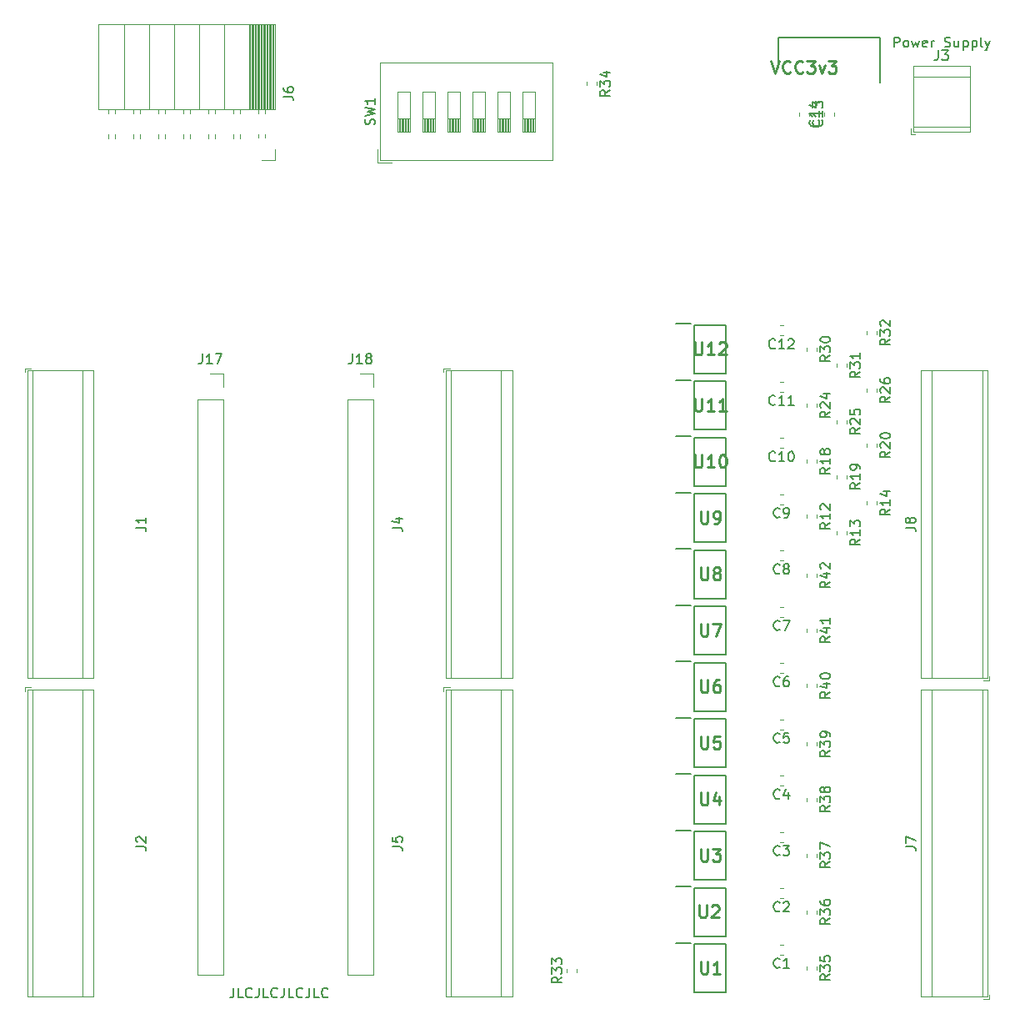
<source format=gbr>
G04 #@! TF.GenerationSoftware,KiCad,Pcbnew,(5.1.5-0-10_14)*
G04 #@! TF.CreationDate,2020-10-24T16:59:39+02:00*
G04 #@! TF.ProjectId,PM Artnet LED DMX,504d2041-7274-46e6-9574-204c45442044,rev?*
G04 #@! TF.SameCoordinates,Original*
G04 #@! TF.FileFunction,Legend,Top*
G04 #@! TF.FilePolarity,Positive*
%FSLAX46Y46*%
G04 Gerber Fmt 4.6, Leading zero omitted, Abs format (unit mm)*
G04 Created by KiCad (PCBNEW (5.1.5-0-10_14)) date 2020-10-24 16:59:39*
%MOMM*%
%LPD*%
G04 APERTURE LIST*
%ADD10C,0.150000*%
%ADD11C,0.200000*%
%ADD12C,0.120000*%
%ADD13C,0.254000*%
G04 APERTURE END LIST*
D10*
X34750952Y-109942380D02*
X34750952Y-110656666D01*
X34703333Y-110799523D01*
X34608095Y-110894761D01*
X34465238Y-110942380D01*
X34370000Y-110942380D01*
X35703333Y-110942380D02*
X35227142Y-110942380D01*
X35227142Y-109942380D01*
X36608095Y-110847142D02*
X36560476Y-110894761D01*
X36417619Y-110942380D01*
X36322380Y-110942380D01*
X36179523Y-110894761D01*
X36084285Y-110799523D01*
X36036666Y-110704285D01*
X35989047Y-110513809D01*
X35989047Y-110370952D01*
X36036666Y-110180476D01*
X36084285Y-110085238D01*
X36179523Y-109990000D01*
X36322380Y-109942380D01*
X36417619Y-109942380D01*
X36560476Y-109990000D01*
X36608095Y-110037619D01*
X37322380Y-109942380D02*
X37322380Y-110656666D01*
X37274761Y-110799523D01*
X37179523Y-110894761D01*
X37036666Y-110942380D01*
X36941428Y-110942380D01*
X38274761Y-110942380D02*
X37798571Y-110942380D01*
X37798571Y-109942380D01*
X39179523Y-110847142D02*
X39131904Y-110894761D01*
X38989047Y-110942380D01*
X38893809Y-110942380D01*
X38750952Y-110894761D01*
X38655714Y-110799523D01*
X38608095Y-110704285D01*
X38560476Y-110513809D01*
X38560476Y-110370952D01*
X38608095Y-110180476D01*
X38655714Y-110085238D01*
X38750952Y-109990000D01*
X38893809Y-109942380D01*
X38989047Y-109942380D01*
X39131904Y-109990000D01*
X39179523Y-110037619D01*
X39893809Y-109942380D02*
X39893809Y-110656666D01*
X39846190Y-110799523D01*
X39750952Y-110894761D01*
X39608095Y-110942380D01*
X39512857Y-110942380D01*
X40846190Y-110942380D02*
X40370000Y-110942380D01*
X40370000Y-109942380D01*
X41750952Y-110847142D02*
X41703333Y-110894761D01*
X41560476Y-110942380D01*
X41465238Y-110942380D01*
X41322380Y-110894761D01*
X41227142Y-110799523D01*
X41179523Y-110704285D01*
X41131904Y-110513809D01*
X41131904Y-110370952D01*
X41179523Y-110180476D01*
X41227142Y-110085238D01*
X41322380Y-109990000D01*
X41465238Y-109942380D01*
X41560476Y-109942380D01*
X41703333Y-109990000D01*
X41750952Y-110037619D01*
X42465238Y-109942380D02*
X42465238Y-110656666D01*
X42417619Y-110799523D01*
X42322380Y-110894761D01*
X42179523Y-110942380D01*
X42084285Y-110942380D01*
X43417619Y-110942380D02*
X42941428Y-110942380D01*
X42941428Y-109942380D01*
X44322380Y-110847142D02*
X44274761Y-110894761D01*
X44131904Y-110942380D01*
X44036666Y-110942380D01*
X43893809Y-110894761D01*
X43798571Y-110799523D01*
X43750952Y-110704285D01*
X43703333Y-110513809D01*
X43703333Y-110370952D01*
X43750952Y-110180476D01*
X43798571Y-110085238D01*
X43893809Y-109990000D01*
X44036666Y-109942380D01*
X44131904Y-109942380D01*
X44274761Y-109990000D01*
X44322380Y-110037619D01*
D11*
X90060000Y-13440000D02*
X90060000Y-16510000D01*
X100460000Y-13440000D02*
X90060000Y-13440000D01*
X100460000Y-18040000D02*
X100460000Y-13440000D01*
D12*
X92962000Y-67900733D02*
X92962000Y-68243267D01*
X93982000Y-67900733D02*
X93982000Y-68243267D01*
X92962000Y-73474733D02*
X92962000Y-73817267D01*
X93982000Y-73474733D02*
X93982000Y-73817267D01*
X92962000Y-79090733D02*
X92962000Y-79433267D01*
X93982000Y-79090733D02*
X93982000Y-79433267D01*
X92962000Y-85031733D02*
X92962000Y-85374267D01*
X93982000Y-85031733D02*
X93982000Y-85374267D01*
X92962000Y-90633733D02*
X92962000Y-90976267D01*
X93982000Y-90633733D02*
X93982000Y-90976267D01*
X92962000Y-96334733D02*
X92962000Y-96677267D01*
X93982000Y-96334733D02*
X93982000Y-96677267D01*
X92962000Y-102077733D02*
X92962000Y-102420267D01*
X93982000Y-102077733D02*
X93982000Y-102420267D01*
X92962000Y-107764733D02*
X92962000Y-108107267D01*
X93982000Y-107764733D02*
X93982000Y-108107267D01*
X69598000Y-108375267D02*
X69598000Y-108032733D01*
X68578000Y-108375267D02*
X68578000Y-108032733D01*
X99058000Y-43262733D02*
X99058000Y-43605267D01*
X100078000Y-43262733D02*
X100078000Y-43605267D01*
X96010000Y-46564733D02*
X96010000Y-46907267D01*
X97030000Y-46564733D02*
X97030000Y-46907267D01*
X92962000Y-44927733D02*
X92962000Y-45270267D01*
X93982000Y-44927733D02*
X93982000Y-45270267D01*
X99058000Y-49104733D02*
X99058000Y-49447267D01*
X100078000Y-49104733D02*
X100078000Y-49447267D01*
X96010000Y-52279733D02*
X96010000Y-52622267D01*
X97030000Y-52279733D02*
X97030000Y-52622267D01*
X92962000Y-50628733D02*
X92962000Y-50971267D01*
X93982000Y-50628733D02*
X93982000Y-50971267D01*
X99058000Y-54692733D02*
X99058000Y-55035267D01*
X100078000Y-54692733D02*
X100078000Y-55035267D01*
X96010000Y-57881733D02*
X96010000Y-58224267D01*
X97030000Y-57881733D02*
X97030000Y-58224267D01*
X92962000Y-56329733D02*
X92962000Y-56672267D01*
X93982000Y-56329733D02*
X93982000Y-56672267D01*
X99058000Y-60534733D02*
X99058000Y-60877267D01*
X100078000Y-60534733D02*
X100078000Y-60877267D01*
X96010000Y-63582733D02*
X96010000Y-63925267D01*
X97030000Y-63582733D02*
X97030000Y-63925267D01*
X92962000Y-61917733D02*
X92962000Y-62260267D01*
X93982000Y-61917733D02*
X93982000Y-62260267D01*
D11*
X79710000Y-42505000D02*
X81235000Y-42505000D01*
X81585000Y-47535000D02*
X81585000Y-42635000D01*
X84785000Y-47535000D02*
X81585000Y-47535000D01*
X84785000Y-42635000D02*
X84785000Y-47535000D01*
X81585000Y-42635000D02*
X84785000Y-42635000D01*
X79710000Y-48220000D02*
X81235000Y-48220000D01*
X81585000Y-53250000D02*
X81585000Y-48350000D01*
X84785000Y-53250000D02*
X81585000Y-53250000D01*
X84785000Y-48350000D02*
X84785000Y-53250000D01*
X81585000Y-48350000D02*
X84785000Y-48350000D01*
X79710000Y-53935000D02*
X81235000Y-53935000D01*
X81585000Y-58965000D02*
X81585000Y-54065000D01*
X84785000Y-58965000D02*
X81585000Y-58965000D01*
X84785000Y-54065000D02*
X84785000Y-58965000D01*
X81585000Y-54065000D02*
X84785000Y-54065000D01*
X79710000Y-59650000D02*
X81235000Y-59650000D01*
X81585000Y-64680000D02*
X81585000Y-59780000D01*
X84785000Y-64680000D02*
X81585000Y-64680000D01*
X84785000Y-59780000D02*
X84785000Y-64680000D01*
X81585000Y-59780000D02*
X84785000Y-59780000D01*
X79710000Y-65365000D02*
X81235000Y-65365000D01*
X81585000Y-70395000D02*
X81585000Y-65495000D01*
X84785000Y-70395000D02*
X81585000Y-70395000D01*
X84785000Y-65495000D02*
X84785000Y-70395000D01*
X81585000Y-65495000D02*
X84785000Y-65495000D01*
X79710000Y-71080000D02*
X81235000Y-71080000D01*
X81585000Y-76110000D02*
X81585000Y-71210000D01*
X84785000Y-76110000D02*
X81585000Y-76110000D01*
X84785000Y-71210000D02*
X84785000Y-76110000D01*
X81585000Y-71210000D02*
X84785000Y-71210000D01*
X79710000Y-76795000D02*
X81235000Y-76795000D01*
X81585000Y-81825000D02*
X81585000Y-76925000D01*
X84785000Y-81825000D02*
X81585000Y-81825000D01*
X84785000Y-76925000D02*
X84785000Y-81825000D01*
X81585000Y-76925000D02*
X84785000Y-76925000D01*
X79710000Y-82510000D02*
X81235000Y-82510000D01*
X81585000Y-87540000D02*
X81585000Y-82640000D01*
X84785000Y-87540000D02*
X81585000Y-87540000D01*
X84785000Y-82640000D02*
X84785000Y-87540000D01*
X81585000Y-82640000D02*
X84785000Y-82640000D01*
X79710000Y-88225000D02*
X81235000Y-88225000D01*
X81585000Y-93255000D02*
X81585000Y-88355000D01*
X84785000Y-93255000D02*
X81585000Y-93255000D01*
X84785000Y-88355000D02*
X84785000Y-93255000D01*
X81585000Y-88355000D02*
X84785000Y-88355000D01*
X79710000Y-93940000D02*
X81235000Y-93940000D01*
X81585000Y-98970000D02*
X81585000Y-94070000D01*
X84785000Y-98970000D02*
X81585000Y-98970000D01*
X84785000Y-94070000D02*
X84785000Y-98970000D01*
X81585000Y-94070000D02*
X84785000Y-94070000D01*
X79710000Y-99655000D02*
X81235000Y-99655000D01*
X81585000Y-104685000D02*
X81585000Y-99785000D01*
X84785000Y-104685000D02*
X81585000Y-104685000D01*
X84785000Y-99785000D02*
X84785000Y-104685000D01*
X81585000Y-99785000D02*
X84785000Y-99785000D01*
X79710000Y-105370000D02*
X81235000Y-105370000D01*
X81585000Y-110400000D02*
X81585000Y-105500000D01*
X84785000Y-110400000D02*
X81585000Y-110400000D01*
X84785000Y-105500000D02*
X84785000Y-110400000D01*
X81585000Y-105500000D02*
X84785000Y-105500000D01*
D12*
X70610000Y-17975733D02*
X70610000Y-18318267D01*
X71630000Y-17975733D02*
X71630000Y-18318267D01*
X111560000Y-78695000D02*
X111560000Y-78295000D01*
X110920000Y-78695000D02*
X111560000Y-78695000D01*
X104580000Y-47275000D02*
X111320000Y-47275000D01*
X104580000Y-78455000D02*
X111320000Y-78455000D01*
X111320000Y-78455000D02*
X111320000Y-47275000D01*
X104580000Y-78455000D02*
X104580000Y-47275000D01*
X105700000Y-78455000D02*
X105700000Y-47275000D01*
X110800000Y-78455000D02*
X110800000Y-47275000D01*
X111560000Y-111080000D02*
X111560000Y-110680000D01*
X110920000Y-111080000D02*
X111560000Y-111080000D01*
X104580000Y-79660000D02*
X111320000Y-79660000D01*
X104580000Y-110840000D02*
X111320000Y-110840000D01*
X111320000Y-110840000D02*
X111320000Y-79660000D01*
X104580000Y-110840000D02*
X104580000Y-79660000D01*
X105700000Y-110840000D02*
X105700000Y-79660000D01*
X110800000Y-110840000D02*
X110800000Y-79660000D01*
X90581267Y-65530000D02*
X90238733Y-65530000D01*
X90581267Y-66550000D02*
X90238733Y-66550000D01*
X90581267Y-71245000D02*
X90238733Y-71245000D01*
X90581267Y-72265000D02*
X90238733Y-72265000D01*
X90581267Y-76960000D02*
X90238733Y-76960000D01*
X90581267Y-77980000D02*
X90238733Y-77980000D01*
X90581267Y-82675000D02*
X90238733Y-82675000D01*
X90581267Y-83695000D02*
X90238733Y-83695000D01*
X90581267Y-88390000D02*
X90238733Y-88390000D01*
X90581267Y-89410000D02*
X90238733Y-89410000D01*
X90581267Y-94105000D02*
X90238733Y-94105000D01*
X90581267Y-95125000D02*
X90238733Y-95125000D01*
X90581267Y-99820000D02*
X90238733Y-99820000D01*
X90581267Y-100840000D02*
X90238733Y-100840000D01*
X90581267Y-105535000D02*
X90238733Y-105535000D01*
X90581267Y-106555000D02*
X90238733Y-106555000D01*
X90581267Y-42670000D02*
X90238733Y-42670000D01*
X90581267Y-43690000D02*
X90238733Y-43690000D01*
X90581267Y-48385000D02*
X90238733Y-48385000D01*
X90581267Y-49405000D02*
X90238733Y-49405000D01*
X95760000Y-21394267D02*
X95760000Y-21051733D01*
X94740000Y-21394267D02*
X94740000Y-21051733D01*
X92200000Y-21051733D02*
X92200000Y-21394267D01*
X93220000Y-21051733D02*
X93220000Y-21394267D01*
X90581267Y-54100000D02*
X90238733Y-54100000D01*
X90581267Y-55120000D02*
X90238733Y-55120000D01*
X90581267Y-59815000D02*
X90238733Y-59815000D01*
X90581267Y-60835000D02*
X90238733Y-60835000D01*
X64135000Y-21631667D02*
X65405000Y-21631667D01*
X65335000Y-22985000D02*
X65335000Y-21631667D01*
X65215000Y-22985000D02*
X65215000Y-21631667D01*
X65095000Y-22985000D02*
X65095000Y-21631667D01*
X64975000Y-22985000D02*
X64975000Y-21631667D01*
X64855000Y-22985000D02*
X64855000Y-21631667D01*
X64735000Y-22985000D02*
X64735000Y-21631667D01*
X64615000Y-22985000D02*
X64615000Y-21631667D01*
X64495000Y-22985000D02*
X64495000Y-21631667D01*
X64375000Y-22985000D02*
X64375000Y-21631667D01*
X64255000Y-22985000D02*
X64255000Y-21631667D01*
X64135000Y-18925000D02*
X64135000Y-22985000D01*
X65405000Y-18925000D02*
X64135000Y-18925000D01*
X65405000Y-22985000D02*
X65405000Y-18925000D01*
X64135000Y-22985000D02*
X65405000Y-22985000D01*
X61595000Y-21631667D02*
X62865000Y-21631667D01*
X62795000Y-22985000D02*
X62795000Y-21631667D01*
X62675000Y-22985000D02*
X62675000Y-21631667D01*
X62555000Y-22985000D02*
X62555000Y-21631667D01*
X62435000Y-22985000D02*
X62435000Y-21631667D01*
X62315000Y-22985000D02*
X62315000Y-21631667D01*
X62195000Y-22985000D02*
X62195000Y-21631667D01*
X62075000Y-22985000D02*
X62075000Y-21631667D01*
X61955000Y-22985000D02*
X61955000Y-21631667D01*
X61835000Y-22985000D02*
X61835000Y-21631667D01*
X61715000Y-22985000D02*
X61715000Y-21631667D01*
X61595000Y-18925000D02*
X61595000Y-22985000D01*
X62865000Y-18925000D02*
X61595000Y-18925000D01*
X62865000Y-22985000D02*
X62865000Y-18925000D01*
X61595000Y-22985000D02*
X62865000Y-22985000D01*
X59055000Y-21631667D02*
X60325000Y-21631667D01*
X60255000Y-22985000D02*
X60255000Y-21631667D01*
X60135000Y-22985000D02*
X60135000Y-21631667D01*
X60015000Y-22985000D02*
X60015000Y-21631667D01*
X59895000Y-22985000D02*
X59895000Y-21631667D01*
X59775000Y-22985000D02*
X59775000Y-21631667D01*
X59655000Y-22985000D02*
X59655000Y-21631667D01*
X59535000Y-22985000D02*
X59535000Y-21631667D01*
X59415000Y-22985000D02*
X59415000Y-21631667D01*
X59295000Y-22985000D02*
X59295000Y-21631667D01*
X59175000Y-22985000D02*
X59175000Y-21631667D01*
X59055000Y-18925000D02*
X59055000Y-22985000D01*
X60325000Y-18925000D02*
X59055000Y-18925000D01*
X60325000Y-22985000D02*
X60325000Y-18925000D01*
X59055000Y-22985000D02*
X60325000Y-22985000D01*
X56515000Y-21631667D02*
X57785000Y-21631667D01*
X57715000Y-22985000D02*
X57715000Y-21631667D01*
X57595000Y-22985000D02*
X57595000Y-21631667D01*
X57475000Y-22985000D02*
X57475000Y-21631667D01*
X57355000Y-22985000D02*
X57355000Y-21631667D01*
X57235000Y-22985000D02*
X57235000Y-21631667D01*
X57115000Y-22985000D02*
X57115000Y-21631667D01*
X56995000Y-22985000D02*
X56995000Y-21631667D01*
X56875000Y-22985000D02*
X56875000Y-21631667D01*
X56755000Y-22985000D02*
X56755000Y-21631667D01*
X56635000Y-22985000D02*
X56635000Y-21631667D01*
X56515000Y-18925000D02*
X56515000Y-22985000D01*
X57785000Y-18925000D02*
X56515000Y-18925000D01*
X57785000Y-22985000D02*
X57785000Y-18925000D01*
X56515000Y-22985000D02*
X57785000Y-22985000D01*
X53975000Y-21631667D02*
X55245000Y-21631667D01*
X55175000Y-22985000D02*
X55175000Y-21631667D01*
X55055000Y-22985000D02*
X55055000Y-21631667D01*
X54935000Y-22985000D02*
X54935000Y-21631667D01*
X54815000Y-22985000D02*
X54815000Y-21631667D01*
X54695000Y-22985000D02*
X54695000Y-21631667D01*
X54575000Y-22985000D02*
X54575000Y-21631667D01*
X54455000Y-22985000D02*
X54455000Y-21631667D01*
X54335000Y-22985000D02*
X54335000Y-21631667D01*
X54215000Y-22985000D02*
X54215000Y-21631667D01*
X54095000Y-22985000D02*
X54095000Y-21631667D01*
X53975000Y-18925000D02*
X53975000Y-22985000D01*
X55245000Y-18925000D02*
X53975000Y-18925000D01*
X55245000Y-22985000D02*
X55245000Y-18925000D01*
X53975000Y-22985000D02*
X55245000Y-22985000D01*
X51435000Y-21631667D02*
X52705000Y-21631667D01*
X52635000Y-22985000D02*
X52635000Y-21631667D01*
X52515000Y-22985000D02*
X52515000Y-21631667D01*
X52395000Y-22985000D02*
X52395000Y-21631667D01*
X52275000Y-22985000D02*
X52275000Y-21631667D01*
X52155000Y-22985000D02*
X52155000Y-21631667D01*
X52035000Y-22985000D02*
X52035000Y-21631667D01*
X51915000Y-22985000D02*
X51915000Y-21631667D01*
X51795000Y-22985000D02*
X51795000Y-21631667D01*
X51675000Y-22985000D02*
X51675000Y-21631667D01*
X51555000Y-22985000D02*
X51555000Y-21631667D01*
X51435000Y-18925000D02*
X51435000Y-22985000D01*
X52705000Y-18925000D02*
X51435000Y-18925000D01*
X52705000Y-22985000D02*
X52705000Y-18925000D01*
X51435000Y-22985000D02*
X52705000Y-22985000D01*
X49410000Y-26145000D02*
X50793000Y-26145000D01*
X49410000Y-26145000D02*
X49410000Y-24761000D01*
X49650000Y-16005000D02*
X67190000Y-16005000D01*
X49650000Y-25905000D02*
X67190000Y-25905000D01*
X67190000Y-25905000D02*
X67190000Y-16005000D01*
X49650000Y-25905000D02*
X49650000Y-16005000D01*
X31055000Y-50165000D02*
X33715000Y-50165000D01*
X31055000Y-50165000D02*
X31055000Y-108645000D01*
X31055000Y-108645000D02*
X33715000Y-108645000D01*
X33715000Y-50165000D02*
X33715000Y-108645000D01*
X33715000Y-47565000D02*
X33715000Y-48895000D01*
X32385000Y-47565000D02*
X33715000Y-47565000D01*
X38802000Y-12135000D02*
X38802000Y-20765000D01*
X38683905Y-12135000D02*
X38683905Y-20765000D01*
X38565810Y-12135000D02*
X38565810Y-20765000D01*
X38447715Y-12135000D02*
X38447715Y-20765000D01*
X38329620Y-12135000D02*
X38329620Y-20765000D01*
X38211525Y-12135000D02*
X38211525Y-20765000D01*
X38093430Y-12135000D02*
X38093430Y-20765000D01*
X37975335Y-12135000D02*
X37975335Y-20765000D01*
X37857240Y-12135000D02*
X37857240Y-20765000D01*
X37739145Y-12135000D02*
X37739145Y-20765000D01*
X37621050Y-12135000D02*
X37621050Y-20765000D01*
X37502955Y-12135000D02*
X37502955Y-20765000D01*
X37384860Y-12135000D02*
X37384860Y-20765000D01*
X37266765Y-12135000D02*
X37266765Y-20765000D01*
X37148670Y-12135000D02*
X37148670Y-20765000D01*
X37030575Y-12135000D02*
X37030575Y-20765000D01*
X36912480Y-12135000D02*
X36912480Y-20765000D01*
X36794385Y-12135000D02*
X36794385Y-20765000D01*
X36676290Y-12135000D02*
X36676290Y-20765000D01*
X36558195Y-12135000D02*
X36558195Y-20765000D01*
X36440100Y-12135000D02*
X36440100Y-20765000D01*
X37952000Y-20765000D02*
X37952000Y-21175000D01*
X37952000Y-23275000D02*
X37952000Y-23655000D01*
X37232000Y-20765000D02*
X37232000Y-21175000D01*
X37232000Y-23275000D02*
X37232000Y-23655000D01*
X35412000Y-20765000D02*
X35412000Y-21175000D01*
X35412000Y-23275000D02*
X35412000Y-23715000D01*
X34692000Y-20765000D02*
X34692000Y-21175000D01*
X34692000Y-23275000D02*
X34692000Y-23715000D01*
X32872000Y-20765000D02*
X32872000Y-21175000D01*
X32872000Y-23275000D02*
X32872000Y-23715000D01*
X32152000Y-20765000D02*
X32152000Y-21175000D01*
X32152000Y-23275000D02*
X32152000Y-23715000D01*
X30332000Y-20765000D02*
X30332000Y-21175000D01*
X30332000Y-23275000D02*
X30332000Y-23715000D01*
X29612000Y-20765000D02*
X29612000Y-21175000D01*
X29612000Y-23275000D02*
X29612000Y-23715000D01*
X27792000Y-20765000D02*
X27792000Y-21175000D01*
X27792000Y-23275000D02*
X27792000Y-23715000D01*
X27072000Y-20765000D02*
X27072000Y-21175000D01*
X27072000Y-23275000D02*
X27072000Y-23715000D01*
X25252000Y-20765000D02*
X25252000Y-21175000D01*
X25252000Y-23275000D02*
X25252000Y-23715000D01*
X24532000Y-20765000D02*
X24532000Y-21175000D01*
X24532000Y-23275000D02*
X24532000Y-23715000D01*
X22712000Y-20765000D02*
X22712000Y-21175000D01*
X22712000Y-23275000D02*
X22712000Y-23715000D01*
X21992000Y-20765000D02*
X21992000Y-21175000D01*
X21992000Y-23275000D02*
X21992000Y-23715000D01*
X36322000Y-12135000D02*
X36322000Y-20765000D01*
X33782000Y-12135000D02*
X33782000Y-20765000D01*
X31242000Y-12135000D02*
X31242000Y-20765000D01*
X28702000Y-12135000D02*
X28702000Y-20765000D01*
X26162000Y-12135000D02*
X26162000Y-20765000D01*
X23622000Y-12135000D02*
X23622000Y-20765000D01*
X38922000Y-12135000D02*
X38922000Y-20765000D01*
X38922000Y-20765000D02*
X21022000Y-20765000D01*
X21022000Y-12135000D02*
X21022000Y-20765000D01*
X38922000Y-12135000D02*
X21022000Y-12135000D01*
X38922000Y-25875000D02*
X37592000Y-25875000D01*
X38922000Y-24765000D02*
X38922000Y-25875000D01*
X56080000Y-79420000D02*
X56080000Y-79820000D01*
X56720000Y-79420000D02*
X56080000Y-79420000D01*
X63060000Y-110840000D02*
X56320000Y-110840000D01*
X63060000Y-79660000D02*
X56320000Y-79660000D01*
X56320000Y-79660000D02*
X56320000Y-110840000D01*
X63060000Y-79660000D02*
X63060000Y-110840000D01*
X61940000Y-79660000D02*
X61940000Y-110840000D01*
X56840000Y-79660000D02*
X56840000Y-110840000D01*
X56840000Y-47275000D02*
X56840000Y-78455000D01*
X61940000Y-47275000D02*
X61940000Y-78455000D01*
X63060000Y-47275000D02*
X63060000Y-78455000D01*
X56320000Y-47275000D02*
X56320000Y-78455000D01*
X63060000Y-47275000D02*
X56320000Y-47275000D01*
X63060000Y-78455000D02*
X56320000Y-78455000D01*
X56720000Y-47035000D02*
X56080000Y-47035000D01*
X56080000Y-47035000D02*
X56080000Y-47435000D01*
X14295000Y-47275000D02*
X14295000Y-78455000D01*
X19395000Y-47275000D02*
X19395000Y-78455000D01*
X20515000Y-47275000D02*
X20515000Y-78455000D01*
X13775000Y-47275000D02*
X13775000Y-78455000D01*
X20515000Y-47275000D02*
X13775000Y-47275000D01*
X20515000Y-78455000D02*
X13775000Y-78455000D01*
X14175000Y-47035000D02*
X13535000Y-47035000D01*
X13535000Y-47035000D02*
X13535000Y-47435000D01*
X13535000Y-79420000D02*
X13535000Y-79820000D01*
X14175000Y-79420000D02*
X13535000Y-79420000D01*
X20515000Y-110840000D02*
X13775000Y-110840000D01*
X20515000Y-79660000D02*
X13775000Y-79660000D01*
X13775000Y-79660000D02*
X13775000Y-110840000D01*
X20515000Y-79660000D02*
X20515000Y-110840000D01*
X19395000Y-79660000D02*
X19395000Y-110840000D01*
X14295000Y-79660000D02*
X14295000Y-110840000D01*
X103790000Y-22535000D02*
X109570000Y-22535000D01*
X103790000Y-17435000D02*
X109570000Y-17435000D01*
X103790000Y-16315000D02*
X109570000Y-16315000D01*
X103790000Y-23055000D02*
X109570000Y-23055000D01*
X103790000Y-16315000D02*
X103790000Y-23055000D01*
X109570000Y-16315000D02*
X109570000Y-23055000D01*
X103550000Y-22655000D02*
X103550000Y-23295000D01*
X103550000Y-23295000D02*
X103950000Y-23295000D01*
X47625000Y-47565000D02*
X48955000Y-47565000D01*
X48955000Y-47565000D02*
X48955000Y-48895000D01*
X48955000Y-50165000D02*
X48955000Y-108645000D01*
X46295000Y-108645000D02*
X48955000Y-108645000D01*
X46295000Y-50165000D02*
X46295000Y-108645000D01*
X46295000Y-50165000D02*
X48955000Y-50165000D01*
D13*
X89323333Y-15814523D02*
X89746666Y-17084523D01*
X90170000Y-15814523D01*
X91319047Y-16963571D02*
X91258571Y-17024047D01*
X91077142Y-17084523D01*
X90956190Y-17084523D01*
X90774761Y-17024047D01*
X90653809Y-16903095D01*
X90593333Y-16782142D01*
X90532857Y-16540238D01*
X90532857Y-16358809D01*
X90593333Y-16116904D01*
X90653809Y-15995952D01*
X90774761Y-15875000D01*
X90956190Y-15814523D01*
X91077142Y-15814523D01*
X91258571Y-15875000D01*
X91319047Y-15935476D01*
X92589047Y-16963571D02*
X92528571Y-17024047D01*
X92347142Y-17084523D01*
X92226190Y-17084523D01*
X92044761Y-17024047D01*
X91923809Y-16903095D01*
X91863333Y-16782142D01*
X91802857Y-16540238D01*
X91802857Y-16358809D01*
X91863333Y-16116904D01*
X91923809Y-15995952D01*
X92044761Y-15875000D01*
X92226190Y-15814523D01*
X92347142Y-15814523D01*
X92528571Y-15875000D01*
X92589047Y-15935476D01*
X93012380Y-15814523D02*
X93798571Y-15814523D01*
X93375238Y-16298333D01*
X93556666Y-16298333D01*
X93677619Y-16358809D01*
X93738095Y-16419285D01*
X93798571Y-16540238D01*
X93798571Y-16842619D01*
X93738095Y-16963571D01*
X93677619Y-17024047D01*
X93556666Y-17084523D01*
X93193809Y-17084523D01*
X93072857Y-17024047D01*
X93012380Y-16963571D01*
X94221904Y-16237857D02*
X94524285Y-17084523D01*
X94826666Y-16237857D01*
X95189523Y-15814523D02*
X95975714Y-15814523D01*
X95552380Y-16298333D01*
X95733809Y-16298333D01*
X95854761Y-16358809D01*
X95915238Y-16419285D01*
X95975714Y-16540238D01*
X95975714Y-16842619D01*
X95915238Y-16963571D01*
X95854761Y-17024047D01*
X95733809Y-17084523D01*
X95370952Y-17084523D01*
X95250000Y-17024047D01*
X95189523Y-16963571D01*
D10*
X95354380Y-68714857D02*
X94878190Y-69048190D01*
X95354380Y-69286285D02*
X94354380Y-69286285D01*
X94354380Y-68905333D01*
X94402000Y-68810095D01*
X94449619Y-68762476D01*
X94544857Y-68714857D01*
X94687714Y-68714857D01*
X94782952Y-68762476D01*
X94830571Y-68810095D01*
X94878190Y-68905333D01*
X94878190Y-69286285D01*
X94687714Y-67857714D02*
X95354380Y-67857714D01*
X94306761Y-68095809D02*
X95021047Y-68333904D01*
X95021047Y-67714857D01*
X94449619Y-67381523D02*
X94402000Y-67333904D01*
X94354380Y-67238666D01*
X94354380Y-67000571D01*
X94402000Y-66905333D01*
X94449619Y-66857714D01*
X94544857Y-66810095D01*
X94640095Y-66810095D01*
X94782952Y-66857714D01*
X95354380Y-67429142D01*
X95354380Y-66810095D01*
X95354380Y-74288857D02*
X94878190Y-74622190D01*
X95354380Y-74860285D02*
X94354380Y-74860285D01*
X94354380Y-74479333D01*
X94402000Y-74384095D01*
X94449619Y-74336476D01*
X94544857Y-74288857D01*
X94687714Y-74288857D01*
X94782952Y-74336476D01*
X94830571Y-74384095D01*
X94878190Y-74479333D01*
X94878190Y-74860285D01*
X94687714Y-73431714D02*
X95354380Y-73431714D01*
X94306761Y-73669809D02*
X95021047Y-73907904D01*
X95021047Y-73288857D01*
X95354380Y-72384095D02*
X95354380Y-72955523D01*
X95354380Y-72669809D02*
X94354380Y-72669809D01*
X94497238Y-72765047D01*
X94592476Y-72860285D01*
X94640095Y-72955523D01*
X95354380Y-79904857D02*
X94878190Y-80238190D01*
X95354380Y-80476285D02*
X94354380Y-80476285D01*
X94354380Y-80095333D01*
X94402000Y-80000095D01*
X94449619Y-79952476D01*
X94544857Y-79904857D01*
X94687714Y-79904857D01*
X94782952Y-79952476D01*
X94830571Y-80000095D01*
X94878190Y-80095333D01*
X94878190Y-80476285D01*
X94687714Y-79047714D02*
X95354380Y-79047714D01*
X94306761Y-79285809D02*
X95021047Y-79523904D01*
X95021047Y-78904857D01*
X94354380Y-78333428D02*
X94354380Y-78238190D01*
X94402000Y-78142952D01*
X94449619Y-78095333D01*
X94544857Y-78047714D01*
X94735333Y-78000095D01*
X94973428Y-78000095D01*
X95163904Y-78047714D01*
X95259142Y-78095333D01*
X95306761Y-78142952D01*
X95354380Y-78238190D01*
X95354380Y-78333428D01*
X95306761Y-78428666D01*
X95259142Y-78476285D01*
X95163904Y-78523904D01*
X94973428Y-78571523D01*
X94735333Y-78571523D01*
X94544857Y-78523904D01*
X94449619Y-78476285D01*
X94402000Y-78428666D01*
X94354380Y-78333428D01*
X95354380Y-85845857D02*
X94878190Y-86179190D01*
X95354380Y-86417285D02*
X94354380Y-86417285D01*
X94354380Y-86036333D01*
X94402000Y-85941095D01*
X94449619Y-85893476D01*
X94544857Y-85845857D01*
X94687714Y-85845857D01*
X94782952Y-85893476D01*
X94830571Y-85941095D01*
X94878190Y-86036333D01*
X94878190Y-86417285D01*
X94354380Y-85512523D02*
X94354380Y-84893476D01*
X94735333Y-85226809D01*
X94735333Y-85083952D01*
X94782952Y-84988714D01*
X94830571Y-84941095D01*
X94925809Y-84893476D01*
X95163904Y-84893476D01*
X95259142Y-84941095D01*
X95306761Y-84988714D01*
X95354380Y-85083952D01*
X95354380Y-85369666D01*
X95306761Y-85464904D01*
X95259142Y-85512523D01*
X95354380Y-84417285D02*
X95354380Y-84226809D01*
X95306761Y-84131571D01*
X95259142Y-84083952D01*
X95116285Y-83988714D01*
X94925809Y-83941095D01*
X94544857Y-83941095D01*
X94449619Y-83988714D01*
X94402000Y-84036333D01*
X94354380Y-84131571D01*
X94354380Y-84322047D01*
X94402000Y-84417285D01*
X94449619Y-84464904D01*
X94544857Y-84512523D01*
X94782952Y-84512523D01*
X94878190Y-84464904D01*
X94925809Y-84417285D01*
X94973428Y-84322047D01*
X94973428Y-84131571D01*
X94925809Y-84036333D01*
X94878190Y-83988714D01*
X94782952Y-83941095D01*
X95354380Y-91447857D02*
X94878190Y-91781190D01*
X95354380Y-92019285D02*
X94354380Y-92019285D01*
X94354380Y-91638333D01*
X94402000Y-91543095D01*
X94449619Y-91495476D01*
X94544857Y-91447857D01*
X94687714Y-91447857D01*
X94782952Y-91495476D01*
X94830571Y-91543095D01*
X94878190Y-91638333D01*
X94878190Y-92019285D01*
X94354380Y-91114523D02*
X94354380Y-90495476D01*
X94735333Y-90828809D01*
X94735333Y-90685952D01*
X94782952Y-90590714D01*
X94830571Y-90543095D01*
X94925809Y-90495476D01*
X95163904Y-90495476D01*
X95259142Y-90543095D01*
X95306761Y-90590714D01*
X95354380Y-90685952D01*
X95354380Y-90971666D01*
X95306761Y-91066904D01*
X95259142Y-91114523D01*
X94782952Y-89924047D02*
X94735333Y-90019285D01*
X94687714Y-90066904D01*
X94592476Y-90114523D01*
X94544857Y-90114523D01*
X94449619Y-90066904D01*
X94402000Y-90019285D01*
X94354380Y-89924047D01*
X94354380Y-89733571D01*
X94402000Y-89638333D01*
X94449619Y-89590714D01*
X94544857Y-89543095D01*
X94592476Y-89543095D01*
X94687714Y-89590714D01*
X94735333Y-89638333D01*
X94782952Y-89733571D01*
X94782952Y-89924047D01*
X94830571Y-90019285D01*
X94878190Y-90066904D01*
X94973428Y-90114523D01*
X95163904Y-90114523D01*
X95259142Y-90066904D01*
X95306761Y-90019285D01*
X95354380Y-89924047D01*
X95354380Y-89733571D01*
X95306761Y-89638333D01*
X95259142Y-89590714D01*
X95163904Y-89543095D01*
X94973428Y-89543095D01*
X94878190Y-89590714D01*
X94830571Y-89638333D01*
X94782952Y-89733571D01*
X95354380Y-97148857D02*
X94878190Y-97482190D01*
X95354380Y-97720285D02*
X94354380Y-97720285D01*
X94354380Y-97339333D01*
X94402000Y-97244095D01*
X94449619Y-97196476D01*
X94544857Y-97148857D01*
X94687714Y-97148857D01*
X94782952Y-97196476D01*
X94830571Y-97244095D01*
X94878190Y-97339333D01*
X94878190Y-97720285D01*
X94354380Y-96815523D02*
X94354380Y-96196476D01*
X94735333Y-96529809D01*
X94735333Y-96386952D01*
X94782952Y-96291714D01*
X94830571Y-96244095D01*
X94925809Y-96196476D01*
X95163904Y-96196476D01*
X95259142Y-96244095D01*
X95306761Y-96291714D01*
X95354380Y-96386952D01*
X95354380Y-96672666D01*
X95306761Y-96767904D01*
X95259142Y-96815523D01*
X94354380Y-95863142D02*
X94354380Y-95196476D01*
X95354380Y-95625047D01*
X95354380Y-102891857D02*
X94878190Y-103225190D01*
X95354380Y-103463285D02*
X94354380Y-103463285D01*
X94354380Y-103082333D01*
X94402000Y-102987095D01*
X94449619Y-102939476D01*
X94544857Y-102891857D01*
X94687714Y-102891857D01*
X94782952Y-102939476D01*
X94830571Y-102987095D01*
X94878190Y-103082333D01*
X94878190Y-103463285D01*
X94354380Y-102558523D02*
X94354380Y-101939476D01*
X94735333Y-102272809D01*
X94735333Y-102129952D01*
X94782952Y-102034714D01*
X94830571Y-101987095D01*
X94925809Y-101939476D01*
X95163904Y-101939476D01*
X95259142Y-101987095D01*
X95306761Y-102034714D01*
X95354380Y-102129952D01*
X95354380Y-102415666D01*
X95306761Y-102510904D01*
X95259142Y-102558523D01*
X94354380Y-101082333D02*
X94354380Y-101272809D01*
X94402000Y-101368047D01*
X94449619Y-101415666D01*
X94592476Y-101510904D01*
X94782952Y-101558523D01*
X95163904Y-101558523D01*
X95259142Y-101510904D01*
X95306761Y-101463285D01*
X95354380Y-101368047D01*
X95354380Y-101177571D01*
X95306761Y-101082333D01*
X95259142Y-101034714D01*
X95163904Y-100987095D01*
X94925809Y-100987095D01*
X94830571Y-101034714D01*
X94782952Y-101082333D01*
X94735333Y-101177571D01*
X94735333Y-101368047D01*
X94782952Y-101463285D01*
X94830571Y-101510904D01*
X94925809Y-101558523D01*
X95354380Y-108578857D02*
X94878190Y-108912190D01*
X95354380Y-109150285D02*
X94354380Y-109150285D01*
X94354380Y-108769333D01*
X94402000Y-108674095D01*
X94449619Y-108626476D01*
X94544857Y-108578857D01*
X94687714Y-108578857D01*
X94782952Y-108626476D01*
X94830571Y-108674095D01*
X94878190Y-108769333D01*
X94878190Y-109150285D01*
X94354380Y-108245523D02*
X94354380Y-107626476D01*
X94735333Y-107959809D01*
X94735333Y-107816952D01*
X94782952Y-107721714D01*
X94830571Y-107674095D01*
X94925809Y-107626476D01*
X95163904Y-107626476D01*
X95259142Y-107674095D01*
X95306761Y-107721714D01*
X95354380Y-107816952D01*
X95354380Y-108102666D01*
X95306761Y-108197904D01*
X95259142Y-108245523D01*
X94354380Y-106721714D02*
X94354380Y-107197904D01*
X94830571Y-107245523D01*
X94782952Y-107197904D01*
X94735333Y-107102666D01*
X94735333Y-106864571D01*
X94782952Y-106769333D01*
X94830571Y-106721714D01*
X94925809Y-106674095D01*
X95163904Y-106674095D01*
X95259142Y-106721714D01*
X95306761Y-106769333D01*
X95354380Y-106864571D01*
X95354380Y-107102666D01*
X95306761Y-107197904D01*
X95259142Y-107245523D01*
X68110380Y-108846857D02*
X67634190Y-109180190D01*
X68110380Y-109418285D02*
X67110380Y-109418285D01*
X67110380Y-109037333D01*
X67158000Y-108942095D01*
X67205619Y-108894476D01*
X67300857Y-108846857D01*
X67443714Y-108846857D01*
X67538952Y-108894476D01*
X67586571Y-108942095D01*
X67634190Y-109037333D01*
X67634190Y-109418285D01*
X67110380Y-108513523D02*
X67110380Y-107894476D01*
X67491333Y-108227809D01*
X67491333Y-108084952D01*
X67538952Y-107989714D01*
X67586571Y-107942095D01*
X67681809Y-107894476D01*
X67919904Y-107894476D01*
X68015142Y-107942095D01*
X68062761Y-107989714D01*
X68110380Y-108084952D01*
X68110380Y-108370666D01*
X68062761Y-108465904D01*
X68015142Y-108513523D01*
X67110380Y-107561142D02*
X67110380Y-106942095D01*
X67491333Y-107275428D01*
X67491333Y-107132571D01*
X67538952Y-107037333D01*
X67586571Y-106989714D01*
X67681809Y-106942095D01*
X67919904Y-106942095D01*
X68015142Y-106989714D01*
X68062761Y-107037333D01*
X68110380Y-107132571D01*
X68110380Y-107418285D01*
X68062761Y-107513523D01*
X68015142Y-107561142D01*
X101450380Y-44076857D02*
X100974190Y-44410190D01*
X101450380Y-44648285D02*
X100450380Y-44648285D01*
X100450380Y-44267333D01*
X100498000Y-44172095D01*
X100545619Y-44124476D01*
X100640857Y-44076857D01*
X100783714Y-44076857D01*
X100878952Y-44124476D01*
X100926571Y-44172095D01*
X100974190Y-44267333D01*
X100974190Y-44648285D01*
X100450380Y-43743523D02*
X100450380Y-43124476D01*
X100831333Y-43457809D01*
X100831333Y-43314952D01*
X100878952Y-43219714D01*
X100926571Y-43172095D01*
X101021809Y-43124476D01*
X101259904Y-43124476D01*
X101355142Y-43172095D01*
X101402761Y-43219714D01*
X101450380Y-43314952D01*
X101450380Y-43600666D01*
X101402761Y-43695904D01*
X101355142Y-43743523D01*
X100545619Y-42743523D02*
X100498000Y-42695904D01*
X100450380Y-42600666D01*
X100450380Y-42362571D01*
X100498000Y-42267333D01*
X100545619Y-42219714D01*
X100640857Y-42172095D01*
X100736095Y-42172095D01*
X100878952Y-42219714D01*
X101450380Y-42791142D01*
X101450380Y-42172095D01*
X98402380Y-47378857D02*
X97926190Y-47712190D01*
X98402380Y-47950285D02*
X97402380Y-47950285D01*
X97402380Y-47569333D01*
X97450000Y-47474095D01*
X97497619Y-47426476D01*
X97592857Y-47378857D01*
X97735714Y-47378857D01*
X97830952Y-47426476D01*
X97878571Y-47474095D01*
X97926190Y-47569333D01*
X97926190Y-47950285D01*
X97402380Y-47045523D02*
X97402380Y-46426476D01*
X97783333Y-46759809D01*
X97783333Y-46616952D01*
X97830952Y-46521714D01*
X97878571Y-46474095D01*
X97973809Y-46426476D01*
X98211904Y-46426476D01*
X98307142Y-46474095D01*
X98354761Y-46521714D01*
X98402380Y-46616952D01*
X98402380Y-46902666D01*
X98354761Y-46997904D01*
X98307142Y-47045523D01*
X98402380Y-45474095D02*
X98402380Y-46045523D01*
X98402380Y-45759809D02*
X97402380Y-45759809D01*
X97545238Y-45855047D01*
X97640476Y-45950285D01*
X97688095Y-46045523D01*
X95354380Y-45741857D02*
X94878190Y-46075190D01*
X95354380Y-46313285D02*
X94354380Y-46313285D01*
X94354380Y-45932333D01*
X94402000Y-45837095D01*
X94449619Y-45789476D01*
X94544857Y-45741857D01*
X94687714Y-45741857D01*
X94782952Y-45789476D01*
X94830571Y-45837095D01*
X94878190Y-45932333D01*
X94878190Y-46313285D01*
X94354380Y-45408523D02*
X94354380Y-44789476D01*
X94735333Y-45122809D01*
X94735333Y-44979952D01*
X94782952Y-44884714D01*
X94830571Y-44837095D01*
X94925809Y-44789476D01*
X95163904Y-44789476D01*
X95259142Y-44837095D01*
X95306761Y-44884714D01*
X95354380Y-44979952D01*
X95354380Y-45265666D01*
X95306761Y-45360904D01*
X95259142Y-45408523D01*
X94354380Y-44170428D02*
X94354380Y-44075190D01*
X94402000Y-43979952D01*
X94449619Y-43932333D01*
X94544857Y-43884714D01*
X94735333Y-43837095D01*
X94973428Y-43837095D01*
X95163904Y-43884714D01*
X95259142Y-43932333D01*
X95306761Y-43979952D01*
X95354380Y-44075190D01*
X95354380Y-44170428D01*
X95306761Y-44265666D01*
X95259142Y-44313285D01*
X95163904Y-44360904D01*
X94973428Y-44408523D01*
X94735333Y-44408523D01*
X94544857Y-44360904D01*
X94449619Y-44313285D01*
X94402000Y-44265666D01*
X94354380Y-44170428D01*
X101450380Y-49918857D02*
X100974190Y-50252190D01*
X101450380Y-50490285D02*
X100450380Y-50490285D01*
X100450380Y-50109333D01*
X100498000Y-50014095D01*
X100545619Y-49966476D01*
X100640857Y-49918857D01*
X100783714Y-49918857D01*
X100878952Y-49966476D01*
X100926571Y-50014095D01*
X100974190Y-50109333D01*
X100974190Y-50490285D01*
X100545619Y-49537904D02*
X100498000Y-49490285D01*
X100450380Y-49395047D01*
X100450380Y-49156952D01*
X100498000Y-49061714D01*
X100545619Y-49014095D01*
X100640857Y-48966476D01*
X100736095Y-48966476D01*
X100878952Y-49014095D01*
X101450380Y-49585523D01*
X101450380Y-48966476D01*
X100450380Y-48109333D02*
X100450380Y-48299809D01*
X100498000Y-48395047D01*
X100545619Y-48442666D01*
X100688476Y-48537904D01*
X100878952Y-48585523D01*
X101259904Y-48585523D01*
X101355142Y-48537904D01*
X101402761Y-48490285D01*
X101450380Y-48395047D01*
X101450380Y-48204571D01*
X101402761Y-48109333D01*
X101355142Y-48061714D01*
X101259904Y-48014095D01*
X101021809Y-48014095D01*
X100926571Y-48061714D01*
X100878952Y-48109333D01*
X100831333Y-48204571D01*
X100831333Y-48395047D01*
X100878952Y-48490285D01*
X100926571Y-48537904D01*
X101021809Y-48585523D01*
X98402380Y-53093857D02*
X97926190Y-53427190D01*
X98402380Y-53665285D02*
X97402380Y-53665285D01*
X97402380Y-53284333D01*
X97450000Y-53189095D01*
X97497619Y-53141476D01*
X97592857Y-53093857D01*
X97735714Y-53093857D01*
X97830952Y-53141476D01*
X97878571Y-53189095D01*
X97926190Y-53284333D01*
X97926190Y-53665285D01*
X97497619Y-52712904D02*
X97450000Y-52665285D01*
X97402380Y-52570047D01*
X97402380Y-52331952D01*
X97450000Y-52236714D01*
X97497619Y-52189095D01*
X97592857Y-52141476D01*
X97688095Y-52141476D01*
X97830952Y-52189095D01*
X98402380Y-52760523D01*
X98402380Y-52141476D01*
X97402380Y-51236714D02*
X97402380Y-51712904D01*
X97878571Y-51760523D01*
X97830952Y-51712904D01*
X97783333Y-51617666D01*
X97783333Y-51379571D01*
X97830952Y-51284333D01*
X97878571Y-51236714D01*
X97973809Y-51189095D01*
X98211904Y-51189095D01*
X98307142Y-51236714D01*
X98354761Y-51284333D01*
X98402380Y-51379571D01*
X98402380Y-51617666D01*
X98354761Y-51712904D01*
X98307142Y-51760523D01*
X95354380Y-51442857D02*
X94878190Y-51776190D01*
X95354380Y-52014285D02*
X94354380Y-52014285D01*
X94354380Y-51633333D01*
X94402000Y-51538095D01*
X94449619Y-51490476D01*
X94544857Y-51442857D01*
X94687714Y-51442857D01*
X94782952Y-51490476D01*
X94830571Y-51538095D01*
X94878190Y-51633333D01*
X94878190Y-52014285D01*
X94449619Y-51061904D02*
X94402000Y-51014285D01*
X94354380Y-50919047D01*
X94354380Y-50680952D01*
X94402000Y-50585714D01*
X94449619Y-50538095D01*
X94544857Y-50490476D01*
X94640095Y-50490476D01*
X94782952Y-50538095D01*
X95354380Y-51109523D01*
X95354380Y-50490476D01*
X94687714Y-49633333D02*
X95354380Y-49633333D01*
X94306761Y-49871428D02*
X95021047Y-50109523D01*
X95021047Y-49490476D01*
X101450380Y-55506857D02*
X100974190Y-55840190D01*
X101450380Y-56078285D02*
X100450380Y-56078285D01*
X100450380Y-55697333D01*
X100498000Y-55602095D01*
X100545619Y-55554476D01*
X100640857Y-55506857D01*
X100783714Y-55506857D01*
X100878952Y-55554476D01*
X100926571Y-55602095D01*
X100974190Y-55697333D01*
X100974190Y-56078285D01*
X100545619Y-55125904D02*
X100498000Y-55078285D01*
X100450380Y-54983047D01*
X100450380Y-54744952D01*
X100498000Y-54649714D01*
X100545619Y-54602095D01*
X100640857Y-54554476D01*
X100736095Y-54554476D01*
X100878952Y-54602095D01*
X101450380Y-55173523D01*
X101450380Y-54554476D01*
X100450380Y-53935428D02*
X100450380Y-53840190D01*
X100498000Y-53744952D01*
X100545619Y-53697333D01*
X100640857Y-53649714D01*
X100831333Y-53602095D01*
X101069428Y-53602095D01*
X101259904Y-53649714D01*
X101355142Y-53697333D01*
X101402761Y-53744952D01*
X101450380Y-53840190D01*
X101450380Y-53935428D01*
X101402761Y-54030666D01*
X101355142Y-54078285D01*
X101259904Y-54125904D01*
X101069428Y-54173523D01*
X100831333Y-54173523D01*
X100640857Y-54125904D01*
X100545619Y-54078285D01*
X100498000Y-54030666D01*
X100450380Y-53935428D01*
X98402380Y-58695857D02*
X97926190Y-59029190D01*
X98402380Y-59267285D02*
X97402380Y-59267285D01*
X97402380Y-58886333D01*
X97450000Y-58791095D01*
X97497619Y-58743476D01*
X97592857Y-58695857D01*
X97735714Y-58695857D01*
X97830952Y-58743476D01*
X97878571Y-58791095D01*
X97926190Y-58886333D01*
X97926190Y-59267285D01*
X98402380Y-57743476D02*
X98402380Y-58314904D01*
X98402380Y-58029190D02*
X97402380Y-58029190D01*
X97545238Y-58124428D01*
X97640476Y-58219666D01*
X97688095Y-58314904D01*
X98402380Y-57267285D02*
X98402380Y-57076809D01*
X98354761Y-56981571D01*
X98307142Y-56933952D01*
X98164285Y-56838714D01*
X97973809Y-56791095D01*
X97592857Y-56791095D01*
X97497619Y-56838714D01*
X97450000Y-56886333D01*
X97402380Y-56981571D01*
X97402380Y-57172047D01*
X97450000Y-57267285D01*
X97497619Y-57314904D01*
X97592857Y-57362523D01*
X97830952Y-57362523D01*
X97926190Y-57314904D01*
X97973809Y-57267285D01*
X98021428Y-57172047D01*
X98021428Y-56981571D01*
X97973809Y-56886333D01*
X97926190Y-56838714D01*
X97830952Y-56791095D01*
X95354380Y-57143857D02*
X94878190Y-57477190D01*
X95354380Y-57715285D02*
X94354380Y-57715285D01*
X94354380Y-57334333D01*
X94402000Y-57239095D01*
X94449619Y-57191476D01*
X94544857Y-57143857D01*
X94687714Y-57143857D01*
X94782952Y-57191476D01*
X94830571Y-57239095D01*
X94878190Y-57334333D01*
X94878190Y-57715285D01*
X95354380Y-56191476D02*
X95354380Y-56762904D01*
X95354380Y-56477190D02*
X94354380Y-56477190D01*
X94497238Y-56572428D01*
X94592476Y-56667666D01*
X94640095Y-56762904D01*
X94782952Y-55620047D02*
X94735333Y-55715285D01*
X94687714Y-55762904D01*
X94592476Y-55810523D01*
X94544857Y-55810523D01*
X94449619Y-55762904D01*
X94402000Y-55715285D01*
X94354380Y-55620047D01*
X94354380Y-55429571D01*
X94402000Y-55334333D01*
X94449619Y-55286714D01*
X94544857Y-55239095D01*
X94592476Y-55239095D01*
X94687714Y-55286714D01*
X94735333Y-55334333D01*
X94782952Y-55429571D01*
X94782952Y-55620047D01*
X94830571Y-55715285D01*
X94878190Y-55762904D01*
X94973428Y-55810523D01*
X95163904Y-55810523D01*
X95259142Y-55762904D01*
X95306761Y-55715285D01*
X95354380Y-55620047D01*
X95354380Y-55429571D01*
X95306761Y-55334333D01*
X95259142Y-55286714D01*
X95163904Y-55239095D01*
X94973428Y-55239095D01*
X94878190Y-55286714D01*
X94830571Y-55334333D01*
X94782952Y-55429571D01*
X101450380Y-61348857D02*
X100974190Y-61682190D01*
X101450380Y-61920285D02*
X100450380Y-61920285D01*
X100450380Y-61539333D01*
X100498000Y-61444095D01*
X100545619Y-61396476D01*
X100640857Y-61348857D01*
X100783714Y-61348857D01*
X100878952Y-61396476D01*
X100926571Y-61444095D01*
X100974190Y-61539333D01*
X100974190Y-61920285D01*
X101450380Y-60396476D02*
X101450380Y-60967904D01*
X101450380Y-60682190D02*
X100450380Y-60682190D01*
X100593238Y-60777428D01*
X100688476Y-60872666D01*
X100736095Y-60967904D01*
X100783714Y-59539333D02*
X101450380Y-59539333D01*
X100402761Y-59777428D02*
X101117047Y-60015523D01*
X101117047Y-59396476D01*
X98402380Y-64396857D02*
X97926190Y-64730190D01*
X98402380Y-64968285D02*
X97402380Y-64968285D01*
X97402380Y-64587333D01*
X97450000Y-64492095D01*
X97497619Y-64444476D01*
X97592857Y-64396857D01*
X97735714Y-64396857D01*
X97830952Y-64444476D01*
X97878571Y-64492095D01*
X97926190Y-64587333D01*
X97926190Y-64968285D01*
X98402380Y-63444476D02*
X98402380Y-64015904D01*
X98402380Y-63730190D02*
X97402380Y-63730190D01*
X97545238Y-63825428D01*
X97640476Y-63920666D01*
X97688095Y-64015904D01*
X97402380Y-63111142D02*
X97402380Y-62492095D01*
X97783333Y-62825428D01*
X97783333Y-62682571D01*
X97830952Y-62587333D01*
X97878571Y-62539714D01*
X97973809Y-62492095D01*
X98211904Y-62492095D01*
X98307142Y-62539714D01*
X98354761Y-62587333D01*
X98402380Y-62682571D01*
X98402380Y-62968285D01*
X98354761Y-63063523D01*
X98307142Y-63111142D01*
X95354380Y-62731857D02*
X94878190Y-63065190D01*
X95354380Y-63303285D02*
X94354380Y-63303285D01*
X94354380Y-62922333D01*
X94402000Y-62827095D01*
X94449619Y-62779476D01*
X94544857Y-62731857D01*
X94687714Y-62731857D01*
X94782952Y-62779476D01*
X94830571Y-62827095D01*
X94878190Y-62922333D01*
X94878190Y-63303285D01*
X95354380Y-61779476D02*
X95354380Y-62350904D01*
X95354380Y-62065190D02*
X94354380Y-62065190D01*
X94497238Y-62160428D01*
X94592476Y-62255666D01*
X94640095Y-62350904D01*
X94449619Y-61398523D02*
X94402000Y-61350904D01*
X94354380Y-61255666D01*
X94354380Y-61017571D01*
X94402000Y-60922333D01*
X94449619Y-60874714D01*
X94544857Y-60827095D01*
X94640095Y-60827095D01*
X94782952Y-60874714D01*
X95354380Y-61446142D01*
X95354380Y-60827095D01*
D13*
X81612619Y-44389523D02*
X81612619Y-45417619D01*
X81673095Y-45538571D01*
X81733571Y-45599047D01*
X81854523Y-45659523D01*
X82096428Y-45659523D01*
X82217380Y-45599047D01*
X82277857Y-45538571D01*
X82338333Y-45417619D01*
X82338333Y-44389523D01*
X83608333Y-45659523D02*
X82882619Y-45659523D01*
X83245476Y-45659523D02*
X83245476Y-44389523D01*
X83124523Y-44570952D01*
X83003571Y-44691904D01*
X82882619Y-44752380D01*
X84092142Y-44510476D02*
X84152619Y-44450000D01*
X84273571Y-44389523D01*
X84575952Y-44389523D01*
X84696904Y-44450000D01*
X84757380Y-44510476D01*
X84817857Y-44631428D01*
X84817857Y-44752380D01*
X84757380Y-44933809D01*
X84031666Y-45659523D01*
X84817857Y-45659523D01*
X81612619Y-50104523D02*
X81612619Y-51132619D01*
X81673095Y-51253571D01*
X81733571Y-51314047D01*
X81854523Y-51374523D01*
X82096428Y-51374523D01*
X82217380Y-51314047D01*
X82277857Y-51253571D01*
X82338333Y-51132619D01*
X82338333Y-50104523D01*
X83608333Y-51374523D02*
X82882619Y-51374523D01*
X83245476Y-51374523D02*
X83245476Y-50104523D01*
X83124523Y-50285952D01*
X83003571Y-50406904D01*
X82882619Y-50467380D01*
X84817857Y-51374523D02*
X84092142Y-51374523D01*
X84455000Y-51374523D02*
X84455000Y-50104523D01*
X84334047Y-50285952D01*
X84213095Y-50406904D01*
X84092142Y-50467380D01*
X81612619Y-55819523D02*
X81612619Y-56847619D01*
X81673095Y-56968571D01*
X81733571Y-57029047D01*
X81854523Y-57089523D01*
X82096428Y-57089523D01*
X82217380Y-57029047D01*
X82277857Y-56968571D01*
X82338333Y-56847619D01*
X82338333Y-55819523D01*
X83608333Y-57089523D02*
X82882619Y-57089523D01*
X83245476Y-57089523D02*
X83245476Y-55819523D01*
X83124523Y-56000952D01*
X83003571Y-56121904D01*
X82882619Y-56182380D01*
X84394523Y-55819523D02*
X84515476Y-55819523D01*
X84636428Y-55880000D01*
X84696904Y-55940476D01*
X84757380Y-56061428D01*
X84817857Y-56303333D01*
X84817857Y-56605714D01*
X84757380Y-56847619D01*
X84696904Y-56968571D01*
X84636428Y-57029047D01*
X84515476Y-57089523D01*
X84394523Y-57089523D01*
X84273571Y-57029047D01*
X84213095Y-56968571D01*
X84152619Y-56847619D01*
X84092142Y-56605714D01*
X84092142Y-56303333D01*
X84152619Y-56061428D01*
X84213095Y-55940476D01*
X84273571Y-55880000D01*
X84394523Y-55819523D01*
X82217380Y-61534523D02*
X82217380Y-62562619D01*
X82277857Y-62683571D01*
X82338333Y-62744047D01*
X82459285Y-62804523D01*
X82701190Y-62804523D01*
X82822142Y-62744047D01*
X82882619Y-62683571D01*
X82943095Y-62562619D01*
X82943095Y-61534523D01*
X83608333Y-62804523D02*
X83850238Y-62804523D01*
X83971190Y-62744047D01*
X84031666Y-62683571D01*
X84152619Y-62502142D01*
X84213095Y-62260238D01*
X84213095Y-61776428D01*
X84152619Y-61655476D01*
X84092142Y-61595000D01*
X83971190Y-61534523D01*
X83729285Y-61534523D01*
X83608333Y-61595000D01*
X83547857Y-61655476D01*
X83487380Y-61776428D01*
X83487380Y-62078809D01*
X83547857Y-62199761D01*
X83608333Y-62260238D01*
X83729285Y-62320714D01*
X83971190Y-62320714D01*
X84092142Y-62260238D01*
X84152619Y-62199761D01*
X84213095Y-62078809D01*
X82217380Y-67249523D02*
X82217380Y-68277619D01*
X82277857Y-68398571D01*
X82338333Y-68459047D01*
X82459285Y-68519523D01*
X82701190Y-68519523D01*
X82822142Y-68459047D01*
X82882619Y-68398571D01*
X82943095Y-68277619D01*
X82943095Y-67249523D01*
X83729285Y-67793809D02*
X83608333Y-67733333D01*
X83547857Y-67672857D01*
X83487380Y-67551904D01*
X83487380Y-67491428D01*
X83547857Y-67370476D01*
X83608333Y-67310000D01*
X83729285Y-67249523D01*
X83971190Y-67249523D01*
X84092142Y-67310000D01*
X84152619Y-67370476D01*
X84213095Y-67491428D01*
X84213095Y-67551904D01*
X84152619Y-67672857D01*
X84092142Y-67733333D01*
X83971190Y-67793809D01*
X83729285Y-67793809D01*
X83608333Y-67854285D01*
X83547857Y-67914761D01*
X83487380Y-68035714D01*
X83487380Y-68277619D01*
X83547857Y-68398571D01*
X83608333Y-68459047D01*
X83729285Y-68519523D01*
X83971190Y-68519523D01*
X84092142Y-68459047D01*
X84152619Y-68398571D01*
X84213095Y-68277619D01*
X84213095Y-68035714D01*
X84152619Y-67914761D01*
X84092142Y-67854285D01*
X83971190Y-67793809D01*
X82217380Y-72964523D02*
X82217380Y-73992619D01*
X82277857Y-74113571D01*
X82338333Y-74174047D01*
X82459285Y-74234523D01*
X82701190Y-74234523D01*
X82822142Y-74174047D01*
X82882619Y-74113571D01*
X82943095Y-73992619D01*
X82943095Y-72964523D01*
X83426904Y-72964523D02*
X84273571Y-72964523D01*
X83729285Y-74234523D01*
X82217380Y-78679523D02*
X82217380Y-79707619D01*
X82277857Y-79828571D01*
X82338333Y-79889047D01*
X82459285Y-79949523D01*
X82701190Y-79949523D01*
X82822142Y-79889047D01*
X82882619Y-79828571D01*
X82943095Y-79707619D01*
X82943095Y-78679523D01*
X84092142Y-78679523D02*
X83850238Y-78679523D01*
X83729285Y-78740000D01*
X83668809Y-78800476D01*
X83547857Y-78981904D01*
X83487380Y-79223809D01*
X83487380Y-79707619D01*
X83547857Y-79828571D01*
X83608333Y-79889047D01*
X83729285Y-79949523D01*
X83971190Y-79949523D01*
X84092142Y-79889047D01*
X84152619Y-79828571D01*
X84213095Y-79707619D01*
X84213095Y-79405238D01*
X84152619Y-79284285D01*
X84092142Y-79223809D01*
X83971190Y-79163333D01*
X83729285Y-79163333D01*
X83608333Y-79223809D01*
X83547857Y-79284285D01*
X83487380Y-79405238D01*
X82217380Y-84394523D02*
X82217380Y-85422619D01*
X82277857Y-85543571D01*
X82338333Y-85604047D01*
X82459285Y-85664523D01*
X82701190Y-85664523D01*
X82822142Y-85604047D01*
X82882619Y-85543571D01*
X82943095Y-85422619D01*
X82943095Y-84394523D01*
X84152619Y-84394523D02*
X83547857Y-84394523D01*
X83487380Y-84999285D01*
X83547857Y-84938809D01*
X83668809Y-84878333D01*
X83971190Y-84878333D01*
X84092142Y-84938809D01*
X84152619Y-84999285D01*
X84213095Y-85120238D01*
X84213095Y-85422619D01*
X84152619Y-85543571D01*
X84092142Y-85604047D01*
X83971190Y-85664523D01*
X83668809Y-85664523D01*
X83547857Y-85604047D01*
X83487380Y-85543571D01*
X82217380Y-90109523D02*
X82217380Y-91137619D01*
X82277857Y-91258571D01*
X82338333Y-91319047D01*
X82459285Y-91379523D01*
X82701190Y-91379523D01*
X82822142Y-91319047D01*
X82882619Y-91258571D01*
X82943095Y-91137619D01*
X82943095Y-90109523D01*
X84092142Y-90532857D02*
X84092142Y-91379523D01*
X83789761Y-90049047D02*
X83487380Y-90956190D01*
X84273571Y-90956190D01*
X82217380Y-95824523D02*
X82217380Y-96852619D01*
X82277857Y-96973571D01*
X82338333Y-97034047D01*
X82459285Y-97094523D01*
X82701190Y-97094523D01*
X82822142Y-97034047D01*
X82882619Y-96973571D01*
X82943095Y-96852619D01*
X82943095Y-95824523D01*
X83426904Y-95824523D02*
X84213095Y-95824523D01*
X83789761Y-96308333D01*
X83971190Y-96308333D01*
X84092142Y-96368809D01*
X84152619Y-96429285D01*
X84213095Y-96550238D01*
X84213095Y-96852619D01*
X84152619Y-96973571D01*
X84092142Y-97034047D01*
X83971190Y-97094523D01*
X83608333Y-97094523D01*
X83487380Y-97034047D01*
X83426904Y-96973571D01*
X82062379Y-101539523D02*
X82062379Y-102567619D01*
X82122856Y-102688571D01*
X82183332Y-102749047D01*
X82304284Y-102809523D01*
X82546189Y-102809523D01*
X82667141Y-102749047D01*
X82727618Y-102688571D01*
X82788094Y-102567619D01*
X82788094Y-101539523D01*
X83332379Y-101660476D02*
X83392856Y-101600000D01*
X83513808Y-101539523D01*
X83816189Y-101539523D01*
X83937141Y-101600000D01*
X83997618Y-101660476D01*
X84058094Y-101781428D01*
X84058094Y-101902380D01*
X83997618Y-102083809D01*
X83271903Y-102809523D01*
X84058094Y-102809523D01*
X82217380Y-107254523D02*
X82217380Y-108282619D01*
X82277857Y-108403571D01*
X82338333Y-108464047D01*
X82459285Y-108524523D01*
X82701190Y-108524523D01*
X82822142Y-108464047D01*
X82882619Y-108403571D01*
X82943095Y-108282619D01*
X82943095Y-107254523D01*
X84213095Y-108524523D02*
X83487380Y-108524523D01*
X83850238Y-108524523D02*
X83850238Y-107254523D01*
X83729285Y-107435952D01*
X83608333Y-107556904D01*
X83487380Y-107617380D01*
D10*
X73002380Y-18789857D02*
X72526190Y-19123190D01*
X73002380Y-19361285D02*
X72002380Y-19361285D01*
X72002380Y-18980333D01*
X72050000Y-18885095D01*
X72097619Y-18837476D01*
X72192857Y-18789857D01*
X72335714Y-18789857D01*
X72430952Y-18837476D01*
X72478571Y-18885095D01*
X72526190Y-18980333D01*
X72526190Y-19361285D01*
X72002380Y-18456523D02*
X72002380Y-17837476D01*
X72383333Y-18170809D01*
X72383333Y-18027952D01*
X72430952Y-17932714D01*
X72478571Y-17885095D01*
X72573809Y-17837476D01*
X72811904Y-17837476D01*
X72907142Y-17885095D01*
X72954761Y-17932714D01*
X73002380Y-18027952D01*
X73002380Y-18313666D01*
X72954761Y-18408904D01*
X72907142Y-18456523D01*
X72335714Y-16980333D02*
X73002380Y-16980333D01*
X71954761Y-17218428D02*
X72669047Y-17456523D01*
X72669047Y-16837476D01*
X103032380Y-63198333D02*
X103746666Y-63198333D01*
X103889523Y-63245952D01*
X103984761Y-63341190D01*
X104032380Y-63484047D01*
X104032380Y-63579285D01*
X103460952Y-62579285D02*
X103413333Y-62674523D01*
X103365714Y-62722142D01*
X103270476Y-62769761D01*
X103222857Y-62769761D01*
X103127619Y-62722142D01*
X103080000Y-62674523D01*
X103032380Y-62579285D01*
X103032380Y-62388809D01*
X103080000Y-62293571D01*
X103127619Y-62245952D01*
X103222857Y-62198333D01*
X103270476Y-62198333D01*
X103365714Y-62245952D01*
X103413333Y-62293571D01*
X103460952Y-62388809D01*
X103460952Y-62579285D01*
X103508571Y-62674523D01*
X103556190Y-62722142D01*
X103651428Y-62769761D01*
X103841904Y-62769761D01*
X103937142Y-62722142D01*
X103984761Y-62674523D01*
X104032380Y-62579285D01*
X104032380Y-62388809D01*
X103984761Y-62293571D01*
X103937142Y-62245952D01*
X103841904Y-62198333D01*
X103651428Y-62198333D01*
X103556190Y-62245952D01*
X103508571Y-62293571D01*
X103460952Y-62388809D01*
X103032380Y-95583333D02*
X103746666Y-95583333D01*
X103889523Y-95630952D01*
X103984761Y-95726190D01*
X104032380Y-95869047D01*
X104032380Y-95964285D01*
X103032380Y-95202380D02*
X103032380Y-94535714D01*
X104032380Y-94964285D01*
X90243333Y-67827142D02*
X90195714Y-67874761D01*
X90052857Y-67922380D01*
X89957619Y-67922380D01*
X89814761Y-67874761D01*
X89719523Y-67779523D01*
X89671904Y-67684285D01*
X89624285Y-67493809D01*
X89624285Y-67350952D01*
X89671904Y-67160476D01*
X89719523Y-67065238D01*
X89814761Y-66970000D01*
X89957619Y-66922380D01*
X90052857Y-66922380D01*
X90195714Y-66970000D01*
X90243333Y-67017619D01*
X90814761Y-67350952D02*
X90719523Y-67303333D01*
X90671904Y-67255714D01*
X90624285Y-67160476D01*
X90624285Y-67112857D01*
X90671904Y-67017619D01*
X90719523Y-66970000D01*
X90814761Y-66922380D01*
X91005238Y-66922380D01*
X91100476Y-66970000D01*
X91148095Y-67017619D01*
X91195714Y-67112857D01*
X91195714Y-67160476D01*
X91148095Y-67255714D01*
X91100476Y-67303333D01*
X91005238Y-67350952D01*
X90814761Y-67350952D01*
X90719523Y-67398571D01*
X90671904Y-67446190D01*
X90624285Y-67541428D01*
X90624285Y-67731904D01*
X90671904Y-67827142D01*
X90719523Y-67874761D01*
X90814761Y-67922380D01*
X91005238Y-67922380D01*
X91100476Y-67874761D01*
X91148095Y-67827142D01*
X91195714Y-67731904D01*
X91195714Y-67541428D01*
X91148095Y-67446190D01*
X91100476Y-67398571D01*
X91005238Y-67350952D01*
X90243333Y-73542142D02*
X90195714Y-73589761D01*
X90052857Y-73637380D01*
X89957619Y-73637380D01*
X89814761Y-73589761D01*
X89719523Y-73494523D01*
X89671904Y-73399285D01*
X89624285Y-73208809D01*
X89624285Y-73065952D01*
X89671904Y-72875476D01*
X89719523Y-72780238D01*
X89814761Y-72685000D01*
X89957619Y-72637380D01*
X90052857Y-72637380D01*
X90195714Y-72685000D01*
X90243333Y-72732619D01*
X90576666Y-72637380D02*
X91243333Y-72637380D01*
X90814761Y-73637380D01*
X90243333Y-79257142D02*
X90195714Y-79304761D01*
X90052857Y-79352380D01*
X89957619Y-79352380D01*
X89814761Y-79304761D01*
X89719523Y-79209523D01*
X89671904Y-79114285D01*
X89624285Y-78923809D01*
X89624285Y-78780952D01*
X89671904Y-78590476D01*
X89719523Y-78495238D01*
X89814761Y-78400000D01*
X89957619Y-78352380D01*
X90052857Y-78352380D01*
X90195714Y-78400000D01*
X90243333Y-78447619D01*
X91100476Y-78352380D02*
X90910000Y-78352380D01*
X90814761Y-78400000D01*
X90767142Y-78447619D01*
X90671904Y-78590476D01*
X90624285Y-78780952D01*
X90624285Y-79161904D01*
X90671904Y-79257142D01*
X90719523Y-79304761D01*
X90814761Y-79352380D01*
X91005238Y-79352380D01*
X91100476Y-79304761D01*
X91148095Y-79257142D01*
X91195714Y-79161904D01*
X91195714Y-78923809D01*
X91148095Y-78828571D01*
X91100476Y-78780952D01*
X91005238Y-78733333D01*
X90814761Y-78733333D01*
X90719523Y-78780952D01*
X90671904Y-78828571D01*
X90624285Y-78923809D01*
X90243333Y-84972142D02*
X90195714Y-85019761D01*
X90052857Y-85067380D01*
X89957619Y-85067380D01*
X89814761Y-85019761D01*
X89719523Y-84924523D01*
X89671904Y-84829285D01*
X89624285Y-84638809D01*
X89624285Y-84495952D01*
X89671904Y-84305476D01*
X89719523Y-84210238D01*
X89814761Y-84115000D01*
X89957619Y-84067380D01*
X90052857Y-84067380D01*
X90195714Y-84115000D01*
X90243333Y-84162619D01*
X91148095Y-84067380D02*
X90671904Y-84067380D01*
X90624285Y-84543571D01*
X90671904Y-84495952D01*
X90767142Y-84448333D01*
X91005238Y-84448333D01*
X91100476Y-84495952D01*
X91148095Y-84543571D01*
X91195714Y-84638809D01*
X91195714Y-84876904D01*
X91148095Y-84972142D01*
X91100476Y-85019761D01*
X91005238Y-85067380D01*
X90767142Y-85067380D01*
X90671904Y-85019761D01*
X90624285Y-84972142D01*
X90243333Y-90687142D02*
X90195714Y-90734761D01*
X90052857Y-90782380D01*
X89957619Y-90782380D01*
X89814761Y-90734761D01*
X89719523Y-90639523D01*
X89671904Y-90544285D01*
X89624285Y-90353809D01*
X89624285Y-90210952D01*
X89671904Y-90020476D01*
X89719523Y-89925238D01*
X89814761Y-89830000D01*
X89957619Y-89782380D01*
X90052857Y-89782380D01*
X90195714Y-89830000D01*
X90243333Y-89877619D01*
X91100476Y-90115714D02*
X91100476Y-90782380D01*
X90862380Y-89734761D02*
X90624285Y-90449047D01*
X91243333Y-90449047D01*
X90243333Y-96402142D02*
X90195714Y-96449761D01*
X90052857Y-96497380D01*
X89957619Y-96497380D01*
X89814761Y-96449761D01*
X89719523Y-96354523D01*
X89671904Y-96259285D01*
X89624285Y-96068809D01*
X89624285Y-95925952D01*
X89671904Y-95735476D01*
X89719523Y-95640238D01*
X89814761Y-95545000D01*
X89957619Y-95497380D01*
X90052857Y-95497380D01*
X90195714Y-95545000D01*
X90243333Y-95592619D01*
X90576666Y-95497380D02*
X91195714Y-95497380D01*
X90862380Y-95878333D01*
X91005238Y-95878333D01*
X91100476Y-95925952D01*
X91148095Y-95973571D01*
X91195714Y-96068809D01*
X91195714Y-96306904D01*
X91148095Y-96402142D01*
X91100476Y-96449761D01*
X91005238Y-96497380D01*
X90719523Y-96497380D01*
X90624285Y-96449761D01*
X90576666Y-96402142D01*
X90243333Y-102117142D02*
X90195714Y-102164761D01*
X90052857Y-102212380D01*
X89957619Y-102212380D01*
X89814761Y-102164761D01*
X89719523Y-102069523D01*
X89671904Y-101974285D01*
X89624285Y-101783809D01*
X89624285Y-101640952D01*
X89671904Y-101450476D01*
X89719523Y-101355238D01*
X89814761Y-101260000D01*
X89957619Y-101212380D01*
X90052857Y-101212380D01*
X90195714Y-101260000D01*
X90243333Y-101307619D01*
X90624285Y-101307619D02*
X90671904Y-101260000D01*
X90767142Y-101212380D01*
X91005238Y-101212380D01*
X91100476Y-101260000D01*
X91148095Y-101307619D01*
X91195714Y-101402857D01*
X91195714Y-101498095D01*
X91148095Y-101640952D01*
X90576666Y-102212380D01*
X91195714Y-102212380D01*
X90243333Y-107832142D02*
X90195714Y-107879761D01*
X90052857Y-107927380D01*
X89957619Y-107927380D01*
X89814761Y-107879761D01*
X89719523Y-107784523D01*
X89671904Y-107689285D01*
X89624285Y-107498809D01*
X89624285Y-107355952D01*
X89671904Y-107165476D01*
X89719523Y-107070238D01*
X89814761Y-106975000D01*
X89957619Y-106927380D01*
X90052857Y-106927380D01*
X90195714Y-106975000D01*
X90243333Y-107022619D01*
X91195714Y-107927380D02*
X90624285Y-107927380D01*
X90910000Y-107927380D02*
X90910000Y-106927380D01*
X90814761Y-107070238D01*
X90719523Y-107165476D01*
X90624285Y-107213095D01*
X89767142Y-44967142D02*
X89719523Y-45014761D01*
X89576666Y-45062380D01*
X89481428Y-45062380D01*
X89338571Y-45014761D01*
X89243333Y-44919523D01*
X89195714Y-44824285D01*
X89148095Y-44633809D01*
X89148095Y-44490952D01*
X89195714Y-44300476D01*
X89243333Y-44205238D01*
X89338571Y-44110000D01*
X89481428Y-44062380D01*
X89576666Y-44062380D01*
X89719523Y-44110000D01*
X89767142Y-44157619D01*
X90719523Y-45062380D02*
X90148095Y-45062380D01*
X90433809Y-45062380D02*
X90433809Y-44062380D01*
X90338571Y-44205238D01*
X90243333Y-44300476D01*
X90148095Y-44348095D01*
X91100476Y-44157619D02*
X91148095Y-44110000D01*
X91243333Y-44062380D01*
X91481428Y-44062380D01*
X91576666Y-44110000D01*
X91624285Y-44157619D01*
X91671904Y-44252857D01*
X91671904Y-44348095D01*
X91624285Y-44490952D01*
X91052857Y-45062380D01*
X91671904Y-45062380D01*
X89767142Y-50682142D02*
X89719523Y-50729761D01*
X89576666Y-50777380D01*
X89481428Y-50777380D01*
X89338571Y-50729761D01*
X89243333Y-50634523D01*
X89195714Y-50539285D01*
X89148095Y-50348809D01*
X89148095Y-50205952D01*
X89195714Y-50015476D01*
X89243333Y-49920238D01*
X89338571Y-49825000D01*
X89481428Y-49777380D01*
X89576666Y-49777380D01*
X89719523Y-49825000D01*
X89767142Y-49872619D01*
X90719523Y-50777380D02*
X90148095Y-50777380D01*
X90433809Y-50777380D02*
X90433809Y-49777380D01*
X90338571Y-49920238D01*
X90243333Y-50015476D01*
X90148095Y-50063095D01*
X91671904Y-50777380D02*
X91100476Y-50777380D01*
X91386190Y-50777380D02*
X91386190Y-49777380D01*
X91290952Y-49920238D01*
X91195714Y-50015476D01*
X91100476Y-50063095D01*
X94177142Y-21865857D02*
X94224761Y-21913476D01*
X94272380Y-22056333D01*
X94272380Y-22151571D01*
X94224761Y-22294428D01*
X94129523Y-22389666D01*
X94034285Y-22437285D01*
X93843809Y-22484904D01*
X93700952Y-22484904D01*
X93510476Y-22437285D01*
X93415238Y-22389666D01*
X93320000Y-22294428D01*
X93272380Y-22151571D01*
X93272380Y-22056333D01*
X93320000Y-21913476D01*
X93367619Y-21865857D01*
X94272380Y-20913476D02*
X94272380Y-21484904D01*
X94272380Y-21199190D02*
X93272380Y-21199190D01*
X93415238Y-21294428D01*
X93510476Y-21389666D01*
X93558095Y-21484904D01*
X93605714Y-20056333D02*
X94272380Y-20056333D01*
X93224761Y-20294428D02*
X93939047Y-20532523D01*
X93939047Y-19913476D01*
X94497142Y-21865857D02*
X94544761Y-21913476D01*
X94592380Y-22056333D01*
X94592380Y-22151571D01*
X94544761Y-22294428D01*
X94449523Y-22389666D01*
X94354285Y-22437285D01*
X94163809Y-22484904D01*
X94020952Y-22484904D01*
X93830476Y-22437285D01*
X93735238Y-22389666D01*
X93640000Y-22294428D01*
X93592380Y-22151571D01*
X93592380Y-22056333D01*
X93640000Y-21913476D01*
X93687619Y-21865857D01*
X94592380Y-20913476D02*
X94592380Y-21484904D01*
X94592380Y-21199190D02*
X93592380Y-21199190D01*
X93735238Y-21294428D01*
X93830476Y-21389666D01*
X93878095Y-21484904D01*
X93592380Y-20580142D02*
X93592380Y-19961095D01*
X93973333Y-20294428D01*
X93973333Y-20151571D01*
X94020952Y-20056333D01*
X94068571Y-20008714D01*
X94163809Y-19961095D01*
X94401904Y-19961095D01*
X94497142Y-20008714D01*
X94544761Y-20056333D01*
X94592380Y-20151571D01*
X94592380Y-20437285D01*
X94544761Y-20532523D01*
X94497142Y-20580142D01*
X89767142Y-56397142D02*
X89719523Y-56444761D01*
X89576666Y-56492380D01*
X89481428Y-56492380D01*
X89338571Y-56444761D01*
X89243333Y-56349523D01*
X89195714Y-56254285D01*
X89148095Y-56063809D01*
X89148095Y-55920952D01*
X89195714Y-55730476D01*
X89243333Y-55635238D01*
X89338571Y-55540000D01*
X89481428Y-55492380D01*
X89576666Y-55492380D01*
X89719523Y-55540000D01*
X89767142Y-55587619D01*
X90719523Y-56492380D02*
X90148095Y-56492380D01*
X90433809Y-56492380D02*
X90433809Y-55492380D01*
X90338571Y-55635238D01*
X90243333Y-55730476D01*
X90148095Y-55778095D01*
X91338571Y-55492380D02*
X91433809Y-55492380D01*
X91529047Y-55540000D01*
X91576666Y-55587619D01*
X91624285Y-55682857D01*
X91671904Y-55873333D01*
X91671904Y-56111428D01*
X91624285Y-56301904D01*
X91576666Y-56397142D01*
X91529047Y-56444761D01*
X91433809Y-56492380D01*
X91338571Y-56492380D01*
X91243333Y-56444761D01*
X91195714Y-56397142D01*
X91148095Y-56301904D01*
X91100476Y-56111428D01*
X91100476Y-55873333D01*
X91148095Y-55682857D01*
X91195714Y-55587619D01*
X91243333Y-55540000D01*
X91338571Y-55492380D01*
X90243333Y-62112142D02*
X90195714Y-62159761D01*
X90052857Y-62207380D01*
X89957619Y-62207380D01*
X89814761Y-62159761D01*
X89719523Y-62064523D01*
X89671904Y-61969285D01*
X89624285Y-61778809D01*
X89624285Y-61635952D01*
X89671904Y-61445476D01*
X89719523Y-61350238D01*
X89814761Y-61255000D01*
X89957619Y-61207380D01*
X90052857Y-61207380D01*
X90195714Y-61255000D01*
X90243333Y-61302619D01*
X90719523Y-62207380D02*
X90910000Y-62207380D01*
X91005238Y-62159761D01*
X91052857Y-62112142D01*
X91148095Y-61969285D01*
X91195714Y-61778809D01*
X91195714Y-61397857D01*
X91148095Y-61302619D01*
X91100476Y-61255000D01*
X91005238Y-61207380D01*
X90814761Y-61207380D01*
X90719523Y-61255000D01*
X90671904Y-61302619D01*
X90624285Y-61397857D01*
X90624285Y-61635952D01*
X90671904Y-61731190D01*
X90719523Y-61778809D01*
X90814761Y-61826428D01*
X91005238Y-61826428D01*
X91100476Y-61778809D01*
X91148095Y-61731190D01*
X91195714Y-61635952D01*
X49054761Y-22288333D02*
X49102380Y-22145476D01*
X49102380Y-21907380D01*
X49054761Y-21812142D01*
X49007142Y-21764523D01*
X48911904Y-21716904D01*
X48816666Y-21716904D01*
X48721428Y-21764523D01*
X48673809Y-21812142D01*
X48626190Y-21907380D01*
X48578571Y-22097857D01*
X48530952Y-22193095D01*
X48483333Y-22240714D01*
X48388095Y-22288333D01*
X48292857Y-22288333D01*
X48197619Y-22240714D01*
X48150000Y-22193095D01*
X48102380Y-22097857D01*
X48102380Y-21859761D01*
X48150000Y-21716904D01*
X48102380Y-21383571D02*
X49102380Y-21145476D01*
X48388095Y-20955000D01*
X49102380Y-20764523D01*
X48102380Y-20526428D01*
X49102380Y-19621666D02*
X49102380Y-20193095D01*
X49102380Y-19907380D02*
X48102380Y-19907380D01*
X48245238Y-20002619D01*
X48340476Y-20097857D01*
X48388095Y-20193095D01*
X31575476Y-45577380D02*
X31575476Y-46291666D01*
X31527857Y-46434523D01*
X31432619Y-46529761D01*
X31289761Y-46577380D01*
X31194523Y-46577380D01*
X32575476Y-46577380D02*
X32004047Y-46577380D01*
X32289761Y-46577380D02*
X32289761Y-45577380D01*
X32194523Y-45720238D01*
X32099285Y-45815476D01*
X32004047Y-45863095D01*
X32908809Y-45577380D02*
X33575476Y-45577380D01*
X33146904Y-46577380D01*
X39814380Y-19448333D02*
X40528666Y-19448333D01*
X40671523Y-19495952D01*
X40766761Y-19591190D01*
X40814380Y-19734047D01*
X40814380Y-19829285D01*
X39814380Y-18543571D02*
X39814380Y-18734047D01*
X39862000Y-18829285D01*
X39909619Y-18876904D01*
X40052476Y-18972142D01*
X40242952Y-19019761D01*
X40623904Y-19019761D01*
X40719142Y-18972142D01*
X40766761Y-18924523D01*
X40814380Y-18829285D01*
X40814380Y-18638809D01*
X40766761Y-18543571D01*
X40719142Y-18495952D01*
X40623904Y-18448333D01*
X40385809Y-18448333D01*
X40290571Y-18495952D01*
X40242952Y-18543571D01*
X40195333Y-18638809D01*
X40195333Y-18829285D01*
X40242952Y-18924523D01*
X40290571Y-18972142D01*
X40385809Y-19019761D01*
X50887380Y-95583333D02*
X51601666Y-95583333D01*
X51744523Y-95630952D01*
X51839761Y-95726190D01*
X51887380Y-95869047D01*
X51887380Y-95964285D01*
X50887380Y-94630952D02*
X50887380Y-95107142D01*
X51363571Y-95154761D01*
X51315952Y-95107142D01*
X51268333Y-95011904D01*
X51268333Y-94773809D01*
X51315952Y-94678571D01*
X51363571Y-94630952D01*
X51458809Y-94583333D01*
X51696904Y-94583333D01*
X51792142Y-94630952D01*
X51839761Y-94678571D01*
X51887380Y-94773809D01*
X51887380Y-95011904D01*
X51839761Y-95107142D01*
X51792142Y-95154761D01*
X50887380Y-63198333D02*
X51601666Y-63198333D01*
X51744523Y-63245952D01*
X51839761Y-63341190D01*
X51887380Y-63484047D01*
X51887380Y-63579285D01*
X51220714Y-62293571D02*
X51887380Y-62293571D01*
X50839761Y-62531666D02*
X51554047Y-62769761D01*
X51554047Y-62150714D01*
X24852380Y-63198333D02*
X25566666Y-63198333D01*
X25709523Y-63245952D01*
X25804761Y-63341190D01*
X25852380Y-63484047D01*
X25852380Y-63579285D01*
X25852380Y-62198333D02*
X25852380Y-62769761D01*
X25852380Y-62484047D02*
X24852380Y-62484047D01*
X24995238Y-62579285D01*
X25090476Y-62674523D01*
X25138095Y-62769761D01*
X24852380Y-95583333D02*
X25566666Y-95583333D01*
X25709523Y-95630952D01*
X25804761Y-95726190D01*
X25852380Y-95869047D01*
X25852380Y-95964285D01*
X24947619Y-95154761D02*
X24900000Y-95107142D01*
X24852380Y-95011904D01*
X24852380Y-94773809D01*
X24900000Y-94678571D01*
X24947619Y-94630952D01*
X25042857Y-94583333D01*
X25138095Y-94583333D01*
X25280952Y-94630952D01*
X25852380Y-95202380D01*
X25852380Y-94583333D01*
X106346666Y-14767380D02*
X106346666Y-15481666D01*
X106299047Y-15624523D01*
X106203809Y-15719761D01*
X106060952Y-15767380D01*
X105965714Y-15767380D01*
X106727619Y-14767380D02*
X107346666Y-14767380D01*
X107013333Y-15148333D01*
X107156190Y-15148333D01*
X107251428Y-15195952D01*
X107299047Y-15243571D01*
X107346666Y-15338809D01*
X107346666Y-15576904D01*
X107299047Y-15672142D01*
X107251428Y-15719761D01*
X107156190Y-15767380D01*
X106870476Y-15767380D01*
X106775238Y-15719761D01*
X106727619Y-15672142D01*
X101846666Y-14422380D02*
X101846666Y-13422380D01*
X102227619Y-13422380D01*
X102322857Y-13470000D01*
X102370476Y-13517619D01*
X102418095Y-13612857D01*
X102418095Y-13755714D01*
X102370476Y-13850952D01*
X102322857Y-13898571D01*
X102227619Y-13946190D01*
X101846666Y-13946190D01*
X102989523Y-14422380D02*
X102894285Y-14374761D01*
X102846666Y-14327142D01*
X102799047Y-14231904D01*
X102799047Y-13946190D01*
X102846666Y-13850952D01*
X102894285Y-13803333D01*
X102989523Y-13755714D01*
X103132380Y-13755714D01*
X103227619Y-13803333D01*
X103275238Y-13850952D01*
X103322857Y-13946190D01*
X103322857Y-14231904D01*
X103275238Y-14327142D01*
X103227619Y-14374761D01*
X103132380Y-14422380D01*
X102989523Y-14422380D01*
X103656190Y-13755714D02*
X103846666Y-14422380D01*
X104037142Y-13946190D01*
X104227619Y-14422380D01*
X104418095Y-13755714D01*
X105180000Y-14374761D02*
X105084761Y-14422380D01*
X104894285Y-14422380D01*
X104799047Y-14374761D01*
X104751428Y-14279523D01*
X104751428Y-13898571D01*
X104799047Y-13803333D01*
X104894285Y-13755714D01*
X105084761Y-13755714D01*
X105180000Y-13803333D01*
X105227619Y-13898571D01*
X105227619Y-13993809D01*
X104751428Y-14089047D01*
X105656190Y-14422380D02*
X105656190Y-13755714D01*
X105656190Y-13946190D02*
X105703809Y-13850952D01*
X105751428Y-13803333D01*
X105846666Y-13755714D01*
X105941904Y-13755714D01*
X106989523Y-14374761D02*
X107132380Y-14422380D01*
X107370476Y-14422380D01*
X107465714Y-14374761D01*
X107513333Y-14327142D01*
X107560952Y-14231904D01*
X107560952Y-14136666D01*
X107513333Y-14041428D01*
X107465714Y-13993809D01*
X107370476Y-13946190D01*
X107180000Y-13898571D01*
X107084761Y-13850952D01*
X107037142Y-13803333D01*
X106989523Y-13708095D01*
X106989523Y-13612857D01*
X107037142Y-13517619D01*
X107084761Y-13470000D01*
X107180000Y-13422380D01*
X107418095Y-13422380D01*
X107560952Y-13470000D01*
X108418095Y-13755714D02*
X108418095Y-14422380D01*
X107989523Y-13755714D02*
X107989523Y-14279523D01*
X108037142Y-14374761D01*
X108132380Y-14422380D01*
X108275238Y-14422380D01*
X108370476Y-14374761D01*
X108418095Y-14327142D01*
X108894285Y-13755714D02*
X108894285Y-14755714D01*
X108894285Y-13803333D02*
X108989523Y-13755714D01*
X109180000Y-13755714D01*
X109275238Y-13803333D01*
X109322857Y-13850952D01*
X109370476Y-13946190D01*
X109370476Y-14231904D01*
X109322857Y-14327142D01*
X109275238Y-14374761D01*
X109180000Y-14422380D01*
X108989523Y-14422380D01*
X108894285Y-14374761D01*
X109799047Y-13755714D02*
X109799047Y-14755714D01*
X109799047Y-13803333D02*
X109894285Y-13755714D01*
X110084761Y-13755714D01*
X110180000Y-13803333D01*
X110227619Y-13850952D01*
X110275238Y-13946190D01*
X110275238Y-14231904D01*
X110227619Y-14327142D01*
X110180000Y-14374761D01*
X110084761Y-14422380D01*
X109894285Y-14422380D01*
X109799047Y-14374761D01*
X110846666Y-14422380D02*
X110751428Y-14374761D01*
X110703809Y-14279523D01*
X110703809Y-13422380D01*
X111132380Y-13755714D02*
X111370476Y-14422380D01*
X111608571Y-13755714D02*
X111370476Y-14422380D01*
X111275238Y-14660476D01*
X111227619Y-14708095D01*
X111132380Y-14755714D01*
X46815476Y-45577380D02*
X46815476Y-46291666D01*
X46767857Y-46434523D01*
X46672619Y-46529761D01*
X46529761Y-46577380D01*
X46434523Y-46577380D01*
X47815476Y-46577380D02*
X47244047Y-46577380D01*
X47529761Y-46577380D02*
X47529761Y-45577380D01*
X47434523Y-45720238D01*
X47339285Y-45815476D01*
X47244047Y-45863095D01*
X48386904Y-46005952D02*
X48291666Y-45958333D01*
X48244047Y-45910714D01*
X48196428Y-45815476D01*
X48196428Y-45767857D01*
X48244047Y-45672619D01*
X48291666Y-45625000D01*
X48386904Y-45577380D01*
X48577380Y-45577380D01*
X48672619Y-45625000D01*
X48720238Y-45672619D01*
X48767857Y-45767857D01*
X48767857Y-45815476D01*
X48720238Y-45910714D01*
X48672619Y-45958333D01*
X48577380Y-46005952D01*
X48386904Y-46005952D01*
X48291666Y-46053571D01*
X48244047Y-46101190D01*
X48196428Y-46196428D01*
X48196428Y-46386904D01*
X48244047Y-46482142D01*
X48291666Y-46529761D01*
X48386904Y-46577380D01*
X48577380Y-46577380D01*
X48672619Y-46529761D01*
X48720238Y-46482142D01*
X48767857Y-46386904D01*
X48767857Y-46196428D01*
X48720238Y-46101190D01*
X48672619Y-46053571D01*
X48577380Y-46005952D01*
M02*

</source>
